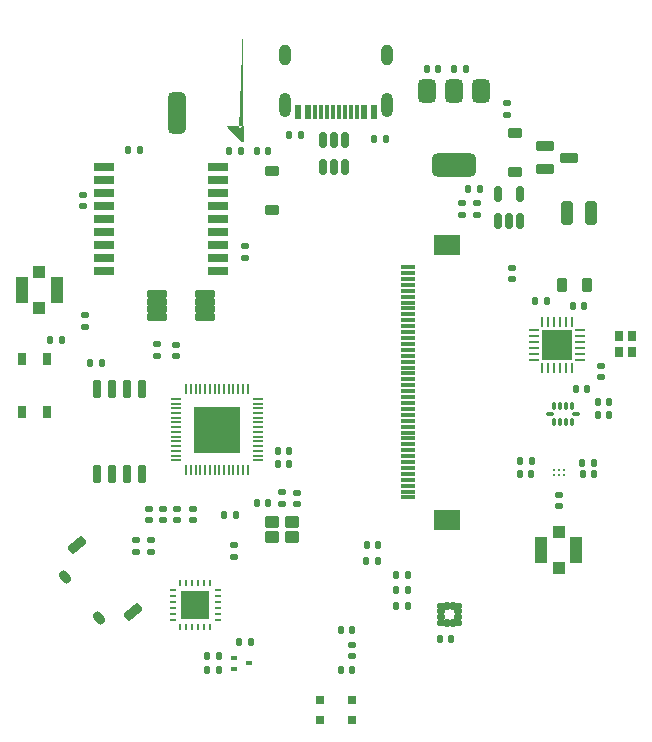
<source format=gbr>
%TF.GenerationSoftware,KiCad,Pcbnew,8.0.1*%
%TF.CreationDate,2024-07-20T14:05:52-04:00*%
%TF.ProjectId,esp32s3,65737033-3273-4332-9e6b-696361645f70,rev?*%
%TF.SameCoordinates,Original*%
%TF.FileFunction,Soldermask,Top*%
%TF.FilePolarity,Negative*%
%FSLAX46Y46*%
G04 Gerber Fmt 4.6, Leading zero omitted, Abs format (unit mm)*
G04 Created by KiCad (PCBNEW 8.0.1) date 2024-07-20 14:05:52*
%MOMM*%
%LPD*%
G01*
G04 APERTURE LIST*
G04 Aperture macros list*
%AMRoundRect*
0 Rectangle with rounded corners*
0 $1 Rounding radius*
0 $2 $3 $4 $5 $6 $7 $8 $9 X,Y pos of 4 corners*
0 Add a 4 corners polygon primitive as box body*
4,1,4,$2,$3,$4,$5,$6,$7,$8,$9,$2,$3,0*
0 Add four circle primitives for the rounded corners*
1,1,$1+$1,$2,$3*
1,1,$1+$1,$4,$5*
1,1,$1+$1,$6,$7*
1,1,$1+$1,$8,$9*
0 Add four rect primitives between the rounded corners*
20,1,$1+$1,$2,$3,$4,$5,0*
20,1,$1+$1,$4,$5,$6,$7,0*
20,1,$1+$1,$6,$7,$8,$9,0*
20,1,$1+$1,$8,$9,$2,$3,0*%
%AMHorizOval*
0 Thick line with rounded ends*
0 $1 width*
0 $2 $3 position (X,Y) of the first rounded end (center of the circle)*
0 $4 $5 position (X,Y) of the second rounded end (center of the circle)*
0 Add line between two ends*
20,1,$1,$2,$3,$4,$5,0*
0 Add two circle primitives to create the rounded ends*
1,1,$1,$2,$3*
1,1,$1,$4,$5*%
%AMFreePoly0*
4,1,50,0.364509,0.373079,0.400557,0.358147,0.402331,0.356372,0.403779,0.355902,0.406374,0.352329,0.428147,0.330557,0.436043,0.311493,0.440106,0.305902,0.441186,0.299076,0.443079,0.294509,0.443090,0.287057,0.445000,0.275000,0.445000,-0.965000,0.443079,-0.984509,0.428147,-1.020558,0.426371,-1.022333,0.425902,-1.023779,0.422332,-1.026372,0.400558,-1.048147,0.381492,-1.056044,
0.375902,-1.060106,0.371686,-1.060106,0.364509,-1.063079,0.325491,-1.063079,0.318314,-1.060106,0.314098,-1.060106,0.305304,-1.054717,0.289443,-1.048147,0.281262,-1.039984,0.274289,-1.035711,-0.965711,0.204289,-0.978147,0.219443,-0.993079,0.255491,-0.993079,0.258002,-0.993769,0.259357,-0.993079,0.263713,-0.993079,0.294509,-0.985182,0.313573,-0.984101,0.320399,-0.981119,0.323380,
-0.978147,0.330557,-0.950557,0.358147,-0.943380,0.361119,-0.940399,0.364101,-0.930371,0.366508,-0.914509,0.373079,-0.902928,0.373096,-0.895000,0.375000,0.345000,0.375000,0.364509,0.373079,0.364509,0.373079,$1*%
G04 Aperture macros list end*
%ADD10RoundRect,0.140000X-0.140000X-0.170000X0.140000X-0.170000X0.140000X0.170000X-0.140000X0.170000X0*%
%ADD11RoundRect,0.140000X0.140000X0.170000X-0.140000X0.170000X-0.140000X-0.170000X0.140000X-0.170000X0*%
%ADD12RoundRect,0.100000X0.155000X0.100000X-0.155000X0.100000X-0.155000X-0.100000X0.155000X-0.100000X0*%
%ADD13RoundRect,0.140000X0.170000X-0.140000X0.170000X0.140000X-0.170000X0.140000X-0.170000X-0.140000X0*%
%ADD14RoundRect,0.147500X-0.172500X0.147500X-0.172500X-0.147500X0.172500X-0.147500X0.172500X0.147500X0*%
%ADD15RoundRect,0.135000X-0.135000X-0.185000X0.135000X-0.185000X0.135000X0.185000X-0.135000X0.185000X0*%
%ADD16RoundRect,0.102000X-0.450000X0.400000X-0.450000X-0.400000X0.450000X-0.400000X0.450000X0.400000X0*%
%ADD17RoundRect,0.218750X-0.218750X-0.381250X0.218750X-0.381250X0.218750X0.381250X-0.218750X0.381250X0*%
%ADD18R,1.000000X1.000000*%
%ADD19R,1.050000X2.200000*%
%ADD20RoundRect,0.135000X-0.185000X0.135000X-0.185000X-0.135000X0.185000X-0.135000X0.185000X0.135000X0*%
%ADD21R,0.711200X0.990600*%
%ADD22RoundRect,0.147500X-0.147500X-0.172500X0.147500X-0.172500X0.147500X0.172500X-0.147500X0.172500X0*%
%ADD23HorizOval,0.800000X0.128558X-0.153209X-0.128558X0.153209X0*%
%ADD24RoundRect,0.131234X-0.685064X-0.223988X-0.339545X-0.635761X0.685064X0.223988X0.339545X0.635761X0*%
%ADD25R,0.660400X0.711200*%
%ADD26R,1.300000X0.300000*%
%ADD27R,2.200000X1.800000*%
%ADD28RoundRect,0.140000X-0.170000X0.140000X-0.170000X-0.140000X0.170000X-0.140000X0.170000X0.140000X0*%
%ADD29RoundRect,0.150000X0.150000X-0.650000X0.150000X0.650000X-0.150000X0.650000X-0.150000X-0.650000X0*%
%ADD30R,0.254000X0.254000*%
%ADD31RoundRect,0.150000X0.150000X-0.512500X0.150000X0.512500X-0.150000X0.512500X-0.150000X-0.512500X0*%
%ADD32RoundRect,0.102000X0.762000X0.228600X-0.762000X0.228600X-0.762000X-0.228600X0.762000X-0.228600X0*%
%ADD33R,0.800000X0.900000*%
%ADD34RoundRect,0.135000X0.135000X0.185000X-0.135000X0.185000X-0.135000X-0.185000X0.135000X-0.185000X0*%
%ADD35R,0.599999X0.249999*%
%ADD36R,0.249999X0.599999*%
%ADD37R,2.450000X2.450000*%
%ADD38RoundRect,0.225000X0.375000X-0.225000X0.375000X0.225000X-0.375000X0.225000X-0.375000X-0.225000X0*%
%ADD39R,1.800000X0.800000*%
%ADD40RoundRect,0.250000X0.250000X0.750000X-0.250000X0.750000X-0.250000X-0.750000X0.250000X-0.750000X0*%
%ADD41RoundRect,0.135000X0.185000X-0.135000X0.185000X0.135000X-0.185000X0.135000X-0.185000X-0.135000X0*%
%ADD42RoundRect,0.375000X-0.375000X0.625000X-0.375000X-0.625000X0.375000X-0.625000X0.375000X0.625000X0*%
%ADD43RoundRect,0.500000X-1.400000X0.500000X-1.400000X-0.500000X1.400000X-0.500000X1.400000X0.500000X0*%
%ADD44RoundRect,0.075000X-0.075000X0.225000X-0.075000X-0.225000X0.075000X-0.225000X0.075000X0.225000X0*%
%ADD45RoundRect,0.075000X-0.237500X0.075000X-0.237500X-0.075000X0.237500X-0.075000X0.237500X0.075000X0*%
%ADD46FreePoly0,270.000000*%
%ADD47RoundRect,0.375000X-0.375000X1.375000X-0.375000X-1.375000X0.375000X-1.375000X0.375000X1.375000X0*%
%ADD48R,0.600000X1.240000*%
%ADD49R,0.300000X1.240000*%
%ADD50O,1.000000X2.100000*%
%ADD51O,1.000000X1.800000*%
%ADD52RoundRect,0.050000X0.350000X0.050000X-0.350000X0.050000X-0.350000X-0.050000X0.350000X-0.050000X0*%
%ADD53RoundRect,0.050000X0.050000X0.350000X-0.050000X0.350000X-0.050000X-0.350000X0.050000X-0.350000X0*%
%ADD54R,4.000000X4.000000*%
%ADD55RoundRect,0.147500X0.147500X0.172500X-0.147500X0.172500X-0.147500X-0.172500X0.147500X-0.172500X0*%
%ADD56RoundRect,0.102000X-0.215000X-0.175000X0.215000X-0.175000X0.215000X0.175000X-0.215000X0.175000X0*%
%ADD57RoundRect,0.102000X0.175000X-0.215000X0.175000X0.215000X-0.175000X0.215000X-0.175000X-0.215000X0*%
%ADD58RoundRect,0.062500X0.350000X0.062500X-0.350000X0.062500X-0.350000X-0.062500X0.350000X-0.062500X0*%
%ADD59RoundRect,0.062500X0.062500X0.350000X-0.062500X0.350000X-0.062500X-0.350000X0.062500X-0.350000X0*%
%ADD60R,2.600000X2.600000*%
%ADD61RoundRect,0.102000X-0.660400X-0.279400X0.660400X-0.279400X0.660400X0.279400X-0.660400X0.279400X0*%
G04 APERTURE END LIST*
D10*
%TO.C,C33*%
X138840000Y-93700000D03*
X139800000Y-93700000D03*
%TD*%
%TO.C,C16*%
X123320000Y-52400000D03*
X124280000Y-52400000D03*
%TD*%
D11*
%TO.C,C18*%
X147880000Y-65100000D03*
X146920000Y-65100000D03*
%TD*%
D12*
%TO.C,Q3*%
X121410000Y-95300000D03*
X121410000Y-96300000D03*
X122700000Y-95800000D03*
%TD*%
D13*
%TO.C,C1*%
X126696820Y-82290000D03*
X126696820Y-81330000D03*
%TD*%
D14*
%TO.C,L3*%
X108600000Y-56115000D03*
X108600000Y-57085000D03*
%TD*%
D15*
%TO.C,R12*%
X150890000Y-78800000D03*
X151910000Y-78800000D03*
%TD*%
D16*
%TO.C,X1*%
X126303180Y-83810000D03*
X124653180Y-83810000D03*
X124653180Y-85060000D03*
X126303180Y-85060000D03*
%TD*%
D17*
%TO.C,L4*%
X149157500Y-63770000D03*
X151282500Y-63770000D03*
%TD*%
D18*
%TO.C,J4*%
X148900000Y-84700000D03*
D19*
X150375000Y-86200000D03*
D18*
X148900000Y-87700000D03*
D19*
X147425000Y-86200000D03*
%TD*%
D20*
%TO.C,R16*%
X121400000Y-85790000D03*
X121400000Y-86810000D03*
%TD*%
D21*
%TO.C,SW2*%
X105600000Y-70000000D03*
X105600000Y-74500002D03*
X103450002Y-70000000D03*
X103450002Y-74500002D03*
%TD*%
D22*
%TO.C,L2*%
X125115000Y-78900000D03*
X126085000Y-78900000D03*
%TD*%
D15*
%TO.C,R7*%
X133280000Y-51400000D03*
X134300000Y-51400000D03*
%TD*%
D23*
%TO.C,SW1*%
X107100000Y-88500000D03*
X109986117Y-91939540D03*
D24*
X112832038Y-91457424D03*
X108068981Y-85781036D03*
%TD*%
D25*
%TO.C,U9*%
X131400000Y-98900000D03*
X128707600Y-98900000D03*
X128707600Y-100601800D03*
X131400000Y-100601800D03*
%TD*%
D26*
%TO.C,J5*%
X136150000Y-81750000D03*
X136150000Y-81250000D03*
X136150000Y-80750000D03*
X136150000Y-80250000D03*
X136150000Y-79750000D03*
X136150000Y-79250000D03*
X136150000Y-78750000D03*
X136150000Y-78250000D03*
X136150000Y-77750000D03*
X136150000Y-77250000D03*
X136150000Y-76750000D03*
X136150000Y-76250000D03*
X136150000Y-75750000D03*
X136150000Y-75250000D03*
X136150000Y-74750000D03*
X136150000Y-74250000D03*
X136150000Y-73750000D03*
X136150000Y-73250000D03*
X136150000Y-72750000D03*
X136150000Y-72250000D03*
X136150000Y-71750000D03*
X136150000Y-71250000D03*
X136150000Y-70750000D03*
X136150000Y-70250000D03*
X136150000Y-69750000D03*
X136150000Y-69250000D03*
X136150000Y-68750000D03*
X136150000Y-68250000D03*
X136150000Y-67750000D03*
X136150000Y-67250000D03*
X136150000Y-66750000D03*
X136150000Y-66250000D03*
X136150000Y-65750000D03*
X136150000Y-65250000D03*
X136150000Y-64750000D03*
X136150000Y-64250000D03*
X136150000Y-63750000D03*
X136150000Y-63250000D03*
X136150000Y-62750000D03*
X136150000Y-62250000D03*
D27*
X139400000Y-83650000D03*
X139400000Y-60350000D03*
%TD*%
D28*
%TO.C,C6*%
X115400000Y-82700000D03*
X115400000Y-83660000D03*
%TD*%
D29*
%TO.C,U10*%
X109795000Y-79800000D03*
X111065000Y-79800000D03*
X112335000Y-79800000D03*
X113605000Y-79800000D03*
X113605000Y-72600000D03*
X112335000Y-72600000D03*
X111065000Y-72600000D03*
X109795000Y-72600000D03*
%TD*%
D10*
%TO.C,C20*%
X152220000Y-74800000D03*
X153180000Y-74800000D03*
%TD*%
%TO.C,C14*%
X140040000Y-45500000D03*
X141000000Y-45500000D03*
%TD*%
D15*
%TO.C,R1*%
X105780000Y-68400000D03*
X106800000Y-68400000D03*
%TD*%
D28*
%TO.C,C3*%
X113080000Y-85390000D03*
X113080000Y-86350000D03*
%TD*%
D30*
%TO.C,U12*%
X149299998Y-79400000D03*
X148899999Y-79400000D03*
X148500000Y-79400000D03*
X148500000Y-79806400D03*
X148899999Y-79806400D03*
X149299998Y-79806400D03*
%TD*%
D31*
%TO.C,U3*%
X128900000Y-53800000D03*
X129850000Y-53800000D03*
X130800000Y-53800000D03*
X130800000Y-51525000D03*
X129850000Y-51525000D03*
X128900000Y-51525000D03*
%TD*%
D32*
%TO.C,U5*%
X118932000Y-66465200D03*
X118932000Y-65830200D03*
X118932000Y-65169800D03*
X118932000Y-64534800D03*
X114868000Y-64534800D03*
X114868000Y-65169800D03*
X114868000Y-65830200D03*
X114868000Y-66465200D03*
%TD*%
D33*
%TO.C,Q1_Xtal1*%
X153980000Y-68050000D03*
X153980000Y-69450000D03*
X155080000Y-69450000D03*
X155080000Y-68050000D03*
%TD*%
D13*
%TO.C,C11*%
X116500000Y-69760000D03*
X116500000Y-68800000D03*
%TD*%
%TO.C,C26*%
X108800000Y-67300000D03*
X108800000Y-66340000D03*
%TD*%
D15*
%TO.C,R24*%
X119090000Y-95200000D03*
X120110000Y-95200000D03*
%TD*%
D11*
%TO.C,C4*%
X131400000Y-93000000D03*
X130440000Y-93000000D03*
%TD*%
D28*
%TO.C,C7*%
X114200000Y-82700000D03*
X114200000Y-83660000D03*
%TD*%
D10*
%TO.C,C23*%
X152220000Y-73700000D03*
X153180000Y-73700000D03*
%TD*%
D34*
%TO.C,R23*%
X122810000Y-94000000D03*
X121790000Y-94000000D03*
%TD*%
D31*
%TO.C,U4*%
X143750000Y-58337500D03*
X144700000Y-58337500D03*
X145650000Y-58337500D03*
X145650000Y-56062500D03*
X143750000Y-56062500D03*
%TD*%
D11*
%TO.C,C5*%
X124303180Y-82210000D03*
X123343180Y-82210000D03*
%TD*%
D15*
%TO.C,R5*%
X120580000Y-83200000D03*
X121600000Y-83200000D03*
%TD*%
D10*
%TO.C,C24*%
X132620000Y-85800000D03*
X133580000Y-85800000D03*
%TD*%
D15*
%TO.C,R14*%
X135090000Y-88300000D03*
X136110000Y-88300000D03*
%TD*%
D13*
%TO.C,C12*%
X114900000Y-69740000D03*
X114900000Y-68780000D03*
%TD*%
D10*
%TO.C,C22*%
X109240000Y-70400000D03*
X110200000Y-70400000D03*
%TD*%
D15*
%TO.C,R15*%
X135080000Y-89600000D03*
X136100000Y-89600000D03*
%TD*%
D35*
%TO.C,U11*%
X116200002Y-89600000D03*
X116200002Y-90099999D03*
X116200002Y-90600000D03*
X116200002Y-91100000D03*
X116200002Y-91600001D03*
X116200002Y-92100000D03*
D36*
X116850001Y-92749999D03*
X117350000Y-92749999D03*
X117850001Y-92749999D03*
X118350001Y-92749999D03*
X118850002Y-92749999D03*
X119350001Y-92749999D03*
D35*
X120000000Y-92100000D03*
X120000000Y-91600001D03*
X120000000Y-91100000D03*
X120000000Y-90600000D03*
X120000000Y-90099999D03*
X120000000Y-89600000D03*
D36*
X119350001Y-88950001D03*
X118850002Y-88950001D03*
X118350001Y-88950001D03*
X117850001Y-88950001D03*
X117350000Y-88950001D03*
X116850001Y-88950001D03*
D37*
X118100001Y-90850000D03*
%TD*%
D13*
%TO.C,C19*%
X148900000Y-82480000D03*
X148900000Y-81520000D03*
%TD*%
D11*
%TO.C,C32*%
X146580000Y-79800000D03*
X145620000Y-79800000D03*
%TD*%
D20*
%TO.C,R4*%
X122300000Y-60490000D03*
X122300000Y-61510000D03*
%TD*%
D34*
%TO.C,R3*%
X122000000Y-52400000D03*
X120980000Y-52400000D03*
%TD*%
D38*
%TO.C,D2*%
X124600000Y-57400000D03*
X124600000Y-54100000D03*
%TD*%
%TO.C,D1*%
X145200000Y-54200000D03*
X145200000Y-50900000D03*
%TD*%
D39*
%TO.C,ATGM336H1*%
X110350000Y-53800000D03*
X110350000Y-56000000D03*
X120050000Y-62600000D03*
X120050000Y-61500000D03*
X120050000Y-60400000D03*
X120050000Y-59300000D03*
X120050000Y-58200000D03*
X120050000Y-57100000D03*
X120050000Y-54900000D03*
X120050000Y-53800000D03*
X110350000Y-54900000D03*
X110350000Y-58200000D03*
X110350000Y-60400000D03*
X110350000Y-61500000D03*
X110350000Y-57100000D03*
X110350000Y-59300000D03*
X110350000Y-62600000D03*
X120050000Y-56000000D03*
%TD*%
D40*
%TO.C,J2*%
X149600000Y-57700000D03*
X151600000Y-57700000D03*
%TD*%
D11*
%TO.C,C15*%
X113400000Y-52300000D03*
X112440000Y-52300000D03*
%TD*%
D10*
%TO.C,C31*%
X150920000Y-79800000D03*
X151880000Y-79800000D03*
%TD*%
D41*
%TO.C,R9*%
X144500000Y-49410000D03*
X144500000Y-48390000D03*
%TD*%
D28*
%TO.C,C8*%
X116600000Y-82700000D03*
X116600000Y-83660000D03*
%TD*%
D42*
%TO.C,U2*%
X142300000Y-47300000D03*
X140000000Y-47300000D03*
D43*
X140000000Y-53600000D03*
D42*
X137700000Y-47300000D03*
%TD*%
D15*
%TO.C,R22*%
X119090000Y-96400000D03*
X120110000Y-96400000D03*
%TD*%
D44*
%TO.C,FL1*%
X150000000Y-74000000D03*
X149500000Y-74000000D03*
X149000000Y-74000000D03*
X148500000Y-74000000D03*
D45*
X148187500Y-74700000D03*
D44*
X148500000Y-75400000D03*
X149000000Y-75400000D03*
X149500000Y-75400000D03*
X150000000Y-75400000D03*
D45*
X150312500Y-74700000D03*
%TD*%
D41*
%TO.C,R2*%
X114380000Y-86380000D03*
X114380000Y-85360000D03*
%TD*%
D46*
%TO.C,BT1*%
X121800000Y-50600000D03*
D47*
X116535000Y-49195000D03*
%TD*%
D28*
%TO.C,C9*%
X117900000Y-82700000D03*
X117900000Y-83660000D03*
%TD*%
D34*
%TO.C,R8*%
X142200000Y-55600000D03*
X141180000Y-55600000D03*
%TD*%
D28*
%TO.C,C17*%
X152500000Y-70620000D03*
X152500000Y-71580000D03*
%TD*%
D48*
%TO.C,J1*%
X133225000Y-49090000D03*
X132425000Y-49090000D03*
D49*
X131275000Y-49090000D03*
X130275000Y-49090000D03*
X129775000Y-49090000D03*
X128775000Y-49090000D03*
D48*
X127625000Y-49090000D03*
X126825000Y-49090000D03*
X126825000Y-49090000D03*
X127625000Y-49090000D03*
D49*
X128275000Y-49090000D03*
X129275000Y-49090000D03*
X130775000Y-49090000D03*
X131775000Y-49090000D03*
D48*
X132425000Y-49090000D03*
X133225000Y-49090000D03*
D50*
X134345000Y-48490000D03*
D51*
X134345000Y-44290000D03*
D50*
X125705000Y-48490000D03*
D51*
X125705000Y-44290000D03*
%TD*%
D11*
%TO.C,C2*%
X131400000Y-96400000D03*
X130440000Y-96400000D03*
%TD*%
D41*
%TO.C,R10*%
X142000000Y-57820000D03*
X142000000Y-56800000D03*
%TD*%
D52*
%TO.C,U1*%
X123400000Y-78600000D03*
X123400000Y-78200000D03*
X123400000Y-77800000D03*
X123400000Y-77400000D03*
X123400000Y-77000000D03*
X123400000Y-76600000D03*
X123400000Y-76200000D03*
X123400000Y-75800000D03*
X123400000Y-75400000D03*
X123400000Y-75000000D03*
X123400000Y-74600000D03*
X123400000Y-74200000D03*
X123400000Y-73800000D03*
X123400000Y-73400000D03*
D53*
X122550000Y-72550000D03*
X122150000Y-72550000D03*
X121750000Y-72550000D03*
X121350000Y-72550000D03*
X120950000Y-72550000D03*
X120550000Y-72550000D03*
X120150000Y-72550000D03*
X119750000Y-72550000D03*
X119350000Y-72550000D03*
X118950000Y-72550000D03*
X118550000Y-72550000D03*
X118150000Y-72550000D03*
X117750000Y-72550000D03*
X117350000Y-72550000D03*
D52*
X116500000Y-73400000D03*
X116500000Y-73800000D03*
X116500000Y-74200000D03*
X116500000Y-74600000D03*
X116500000Y-75000000D03*
X116500000Y-75400000D03*
X116500000Y-75800000D03*
X116500000Y-76200000D03*
X116500000Y-76600000D03*
X116500000Y-77000000D03*
X116500000Y-77400000D03*
X116500000Y-77800000D03*
X116500000Y-78200000D03*
X116500000Y-78600000D03*
D53*
X117350000Y-79450000D03*
X117750000Y-79450000D03*
X118150000Y-79450000D03*
X118550000Y-79450000D03*
X118950000Y-79450000D03*
X119350000Y-79450000D03*
X119750000Y-79450000D03*
X120150000Y-79450000D03*
X120550000Y-79450000D03*
X120950000Y-79450000D03*
X121350000Y-79450000D03*
X121750000Y-79450000D03*
X122150000Y-79450000D03*
X122550000Y-79450000D03*
D54*
X119950000Y-76000000D03*
%TD*%
D34*
%TO.C,R13*%
X146610000Y-78700000D03*
X145590000Y-78700000D03*
%TD*%
%TO.C,R19*%
X133600000Y-87100000D03*
X132580000Y-87100000D03*
%TD*%
%TO.C,R6*%
X127100000Y-51100000D03*
X126080000Y-51100000D03*
%TD*%
D55*
%TO.C,L5*%
X151285000Y-72600000D03*
X150315000Y-72600000D03*
%TD*%
D15*
%TO.C,R17*%
X135080000Y-90900000D03*
X136100000Y-90900000D03*
%TD*%
D56*
%TO.C,U8*%
X138910000Y-90900000D03*
X138910000Y-91400000D03*
X138910000Y-91900000D03*
X138910000Y-92400000D03*
D57*
X139405000Y-92395000D03*
X139905000Y-92395000D03*
D56*
X140400000Y-92400000D03*
X140400000Y-91900000D03*
X140400000Y-91400000D03*
X140400000Y-90900000D03*
D57*
X139905000Y-90905000D03*
X139405000Y-90905000D03*
%TD*%
D10*
%TO.C,C13*%
X137720000Y-45500000D03*
X138680000Y-45500000D03*
%TD*%
D58*
%TO.C,U6*%
X150697500Y-70090000D03*
X150697500Y-69590000D03*
X150697500Y-69090000D03*
X150697500Y-68590000D03*
X150697500Y-68090000D03*
X150697500Y-67590000D03*
D59*
X150010000Y-66902500D03*
X149510000Y-66902500D03*
X149010000Y-66902500D03*
X148510000Y-66902500D03*
X148010000Y-66902500D03*
X147510000Y-66902500D03*
D58*
X146822500Y-67590000D03*
X146822500Y-68090000D03*
X146822500Y-68590000D03*
X146822500Y-69090000D03*
X146822500Y-69590000D03*
X146822500Y-70090000D03*
D59*
X147510000Y-70777500D03*
X148010000Y-70777500D03*
X148510000Y-70777500D03*
X149010000Y-70777500D03*
X149510000Y-70777500D03*
X150010000Y-70777500D03*
D60*
X148760000Y-68840000D03*
%TD*%
D11*
%TO.C,C21*%
X151070000Y-65520000D03*
X150110000Y-65520000D03*
%TD*%
D10*
%TO.C,C10*%
X125120000Y-77780000D03*
X126080000Y-77780000D03*
%TD*%
D61*
%TO.C,U7*%
X147746500Y-52034800D03*
X147746500Y-53965200D03*
X149778500Y-53000000D03*
%TD*%
D18*
%TO.C,J3*%
X104900000Y-62700000D03*
D19*
X106375000Y-64200000D03*
D18*
X104900000Y-65700000D03*
D19*
X103425000Y-64200000D03*
%TD*%
D20*
%TO.C,R18*%
X125500000Y-81300000D03*
X125500000Y-82320000D03*
%TD*%
D28*
%TO.C,C25*%
X144900000Y-62300000D03*
X144900000Y-63260000D03*
%TD*%
D20*
%TO.C,R11*%
X140700000Y-56800000D03*
X140700000Y-57820000D03*
%TD*%
D14*
%TO.C,L1*%
X131400000Y-94200000D03*
X131400000Y-95170000D03*
%TD*%
M02*

</source>
